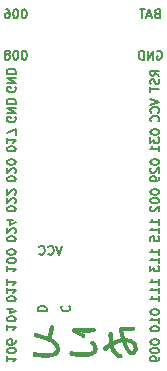
<source format=gbr>
%TF.GenerationSoftware,KiCad,Pcbnew,(5.1.9)-1*%
%TF.CreationDate,2021-01-30T16:38:38+08:00*%
%TF.ProjectId,mikoto,6d696b6f-746f-42e6-9b69-6361645f7063,rev?*%
%TF.SameCoordinates,Original*%
%TF.FileFunction,Legend,Bot*%
%TF.FilePolarity,Positive*%
%FSLAX46Y46*%
G04 Gerber Fmt 4.6, Leading zero omitted, Abs format (unit mm)*
G04 Created by KiCad (PCBNEW (5.1.9)-1) date 2021-01-30 16:38:38*
%MOMM*%
%LPD*%
G01*
G04 APERTURE LIST*
%ADD10C,0.130000*%
%ADD11C,0.010000*%
G04 APERTURE END LIST*
D10*
X-1775000Y-6389285D02*
X-2025000Y-7139285D01*
X-2275000Y-6389285D01*
X-2953571Y-7067857D02*
X-2917857Y-7103571D01*
X-2810714Y-7139285D01*
X-2739285Y-7139285D01*
X-2632142Y-7103571D01*
X-2560714Y-7032142D01*
X-2525000Y-6960714D01*
X-2489285Y-6817857D01*
X-2489285Y-6710714D01*
X-2525000Y-6567857D01*
X-2560714Y-6496428D01*
X-2632142Y-6425000D01*
X-2739285Y-6389285D01*
X-2810714Y-6389285D01*
X-2917857Y-6425000D01*
X-2953571Y-6460714D01*
X-3703571Y-7067857D02*
X-3667857Y-7103571D01*
X-3560714Y-7139285D01*
X-3489285Y-7139285D01*
X-3382142Y-7103571D01*
X-3310714Y-7032142D01*
X-3275000Y-6960714D01*
X-3239285Y-6817857D01*
X-3239285Y-6710714D01*
X-3275000Y-6567857D01*
X-3310714Y-6496428D01*
X-3382142Y-6425000D01*
X-3489285Y-6389285D01*
X-3560714Y-6389285D01*
X-3667857Y-6425000D01*
X-3703571Y-6460714D01*
X-3839285Y-11896428D02*
X-3089285Y-11896428D01*
X-3089285Y-11717857D01*
X-3125000Y-11610714D01*
X-3196428Y-11539285D01*
X-3267857Y-11503571D01*
X-3410714Y-11467857D01*
X-3517857Y-11467857D01*
X-3660714Y-11503571D01*
X-3732142Y-11539285D01*
X-3803571Y-11610714D01*
X-3839285Y-11717857D01*
X-3839285Y-11896428D01*
X-1767857Y-11467857D02*
X-1803571Y-11503571D01*
X-1839285Y-11610714D01*
X-1839285Y-11682142D01*
X-1803571Y-11789285D01*
X-1732142Y-11860714D01*
X-1660714Y-11896428D01*
X-1517857Y-11932142D01*
X-1410714Y-11932142D01*
X-1267857Y-11896428D01*
X-1196428Y-11860714D01*
X-1125000Y-11789285D01*
X-1089285Y-11682142D01*
X-1089285Y-11610714D01*
X-1125000Y-11503571D01*
X-1160714Y-11467857D01*
D11*
%TO.C,DUMMY2*%
G36*
X3341317Y-13236403D02*
G01*
X3298773Y-13237360D01*
X3263728Y-13238995D01*
X3235134Y-13241355D01*
X3211946Y-13244487D01*
X3193116Y-13248435D01*
X3177597Y-13253248D01*
X3164344Y-13258969D01*
X3152308Y-13265647D01*
X3140445Y-13273327D01*
X3130054Y-13280443D01*
X3088594Y-13317153D01*
X3059560Y-13362117D01*
X3042692Y-13416071D01*
X3037730Y-13479748D01*
X3041334Y-13531625D01*
X3047560Y-13570993D01*
X3058311Y-13623989D01*
X3073224Y-13689135D01*
X3091936Y-13764953D01*
X3114084Y-13849968D01*
X3139305Y-13942702D01*
X3163238Y-14027718D01*
X3177714Y-14078637D01*
X3190785Y-14125092D01*
X3201787Y-14164689D01*
X3210058Y-14195030D01*
X3214934Y-14213720D01*
X3215894Y-14217965D01*
X3215323Y-14227318D01*
X3207245Y-14233374D01*
X3188276Y-14237965D01*
X3175000Y-14240083D01*
X3057955Y-14261921D01*
X2932504Y-14293500D01*
X2801920Y-14333808D01*
X2669478Y-14381837D01*
X2538922Y-14436365D01*
X2454500Y-14474079D01*
X2449471Y-14429492D01*
X2443156Y-14363721D01*
X2437378Y-14283691D01*
X2432228Y-14191012D01*
X2427793Y-14087293D01*
X2424162Y-13974144D01*
X2424018Y-13968818D01*
X2422027Y-13900394D01*
X2419891Y-13845927D01*
X2417241Y-13803499D01*
X2413711Y-13771192D01*
X2408934Y-13747090D01*
X2402541Y-13729274D01*
X2394165Y-13715829D01*
X2383439Y-13704835D01*
X2371658Y-13695588D01*
X2342955Y-13682430D01*
X2305577Y-13676079D01*
X2265366Y-13676922D01*
X2228166Y-13685349D01*
X2226580Y-13685942D01*
X2197927Y-13700560D01*
X2177439Y-13720792D01*
X2163833Y-13749198D01*
X2155825Y-13788337D01*
X2152381Y-13833831D01*
X2151448Y-13884501D01*
X2152024Y-13947674D01*
X2153943Y-14020408D01*
X2157035Y-14099762D01*
X2161132Y-14182795D01*
X2166065Y-14266564D01*
X2171668Y-14348130D01*
X2177770Y-14424550D01*
X2184204Y-14492883D01*
X2190802Y-14550187D01*
X2195083Y-14580028D01*
X2199634Y-14608462D01*
X2128561Y-14653518D01*
X2055219Y-14702495D01*
X1976617Y-14759341D01*
X1898043Y-14820057D01*
X1824783Y-14880647D01*
X1802455Y-14900126D01*
X1759430Y-14940063D01*
X1728171Y-14973975D01*
X1707086Y-15004409D01*
X1694580Y-15033916D01*
X1689059Y-15065043D01*
X1688420Y-15082487D01*
X1693802Y-15126465D01*
X1711271Y-15163755D01*
X1737596Y-15194024D01*
X1756031Y-15208535D01*
X1776615Y-15216530D01*
X1805955Y-15220494D01*
X1808470Y-15220683D01*
X1835627Y-15221339D01*
X1859106Y-15217961D01*
X1881811Y-15209028D01*
X1906648Y-15193020D01*
X1936520Y-15168416D01*
X1973904Y-15134101D01*
X2014621Y-15096857D01*
X2057494Y-15059582D01*
X2100759Y-15023614D01*
X2142651Y-14990292D01*
X2181405Y-14960956D01*
X2215256Y-14936943D01*
X2242439Y-14919593D01*
X2261188Y-14910245D01*
X2269498Y-14909892D01*
X2274532Y-14920576D01*
X2281999Y-14941912D01*
X2289998Y-14968312D01*
X2333998Y-15097382D01*
X2391486Y-15223642D01*
X2460211Y-15342191D01*
X2464881Y-15349312D01*
X2541128Y-15452992D01*
X2626319Y-15546119D01*
X2721872Y-15629911D01*
X2829208Y-15705582D01*
X2949746Y-15774352D01*
X2976563Y-15787879D01*
X3018317Y-15808125D01*
X3049791Y-15822131D01*
X3074702Y-15831142D01*
X3096769Y-15836407D01*
X3119708Y-15839172D01*
X3131781Y-15839960D01*
X3162062Y-15841065D01*
X3181844Y-15839485D01*
X3196439Y-15833983D01*
X3211156Y-15823324D01*
X3214220Y-15820769D01*
X3243028Y-15786790D01*
X3259081Y-15746059D01*
X3261683Y-15702142D01*
X3250142Y-15658607D01*
X3247018Y-15652074D01*
X3239616Y-15637959D01*
X3232321Y-15626723D01*
X3222884Y-15616775D01*
X3209053Y-15606520D01*
X3188579Y-15594368D01*
X3159211Y-15578725D01*
X3118698Y-15557999D01*
X3102324Y-15549683D01*
X3030627Y-15511612D01*
X2970133Y-15475432D01*
X2916853Y-15438418D01*
X2866800Y-15397848D01*
X2827325Y-15361881D01*
X2749027Y-15277647D01*
X2679715Y-15181947D01*
X2618410Y-15073418D01*
X2615488Y-15067531D01*
X2596618Y-15026765D01*
X2577179Y-14980420D01*
X2558248Y-14931563D01*
X2540903Y-14883264D01*
X2526223Y-14838592D01*
X2515286Y-14800614D01*
X2509169Y-14772400D01*
X2508250Y-14762296D01*
X2512428Y-14754094D01*
X2525952Y-14743094D01*
X2550309Y-14728353D01*
X2586984Y-14708931D01*
X2613422Y-14695677D01*
X2770923Y-14624043D01*
X2925552Y-14566610D01*
X3079620Y-14522570D01*
X3162042Y-14504344D01*
X3210237Y-14494278D01*
X3246070Y-14487085D01*
X3272076Y-14484279D01*
X3290786Y-14487372D01*
X3304734Y-14497876D01*
X3316452Y-14517304D01*
X3328474Y-14547168D01*
X3343332Y-14588980D01*
X3354159Y-14619062D01*
X3411289Y-14769210D01*
X3468139Y-14907279D01*
X3524431Y-15032734D01*
X3579892Y-15145042D01*
X3634245Y-15243667D01*
X3687214Y-15328076D01*
X3738525Y-15397734D01*
X3779549Y-15443857D01*
X3842683Y-15500370D01*
X3906970Y-15542388D01*
X3975081Y-15571220D01*
X4049682Y-15588175D01*
X4081527Y-15591888D01*
X4159185Y-15591481D01*
X4232123Y-15575935D01*
X4300414Y-15545223D01*
X4364127Y-15499318D01*
X4389061Y-15475982D01*
X4441313Y-15413292D01*
X4482114Y-15341256D01*
X4511721Y-15259196D01*
X4530389Y-15166432D01*
X4537651Y-15083406D01*
X4537156Y-15055719D01*
X4276580Y-15055719D01*
X4271484Y-15115118D01*
X4266943Y-15138791D01*
X4247355Y-15198654D01*
X4220259Y-15246262D01*
X4186656Y-15280992D01*
X4147542Y-15302219D01*
X4103917Y-15309321D01*
X4056778Y-15301671D01*
X4026238Y-15289254D01*
X3987274Y-15264417D01*
X3947837Y-15228208D01*
X3907475Y-15179954D01*
X3865735Y-15118983D01*
X3822165Y-15044622D01*
X3776311Y-14956201D01*
X3727723Y-14853045D01*
X3718120Y-14831670D01*
X3682488Y-14749959D01*
X3651283Y-14673943D01*
X3621237Y-14595503D01*
X3602663Y-14544606D01*
X3571607Y-14458243D01*
X3643179Y-14463842D01*
X3738467Y-14476204D01*
X3831936Y-14497667D01*
X3920058Y-14527096D01*
X3999305Y-14563359D01*
X4052129Y-14595273D01*
X4116177Y-14648148D01*
X4172479Y-14712157D01*
X4218434Y-14783781D01*
X4251442Y-14859502D01*
X4254532Y-14869093D01*
X4267823Y-14926618D01*
X4275266Y-14990857D01*
X4276580Y-15055719D01*
X4537156Y-15055719D01*
X4535581Y-14967658D01*
X4519175Y-14858225D01*
X4488873Y-14755621D01*
X4445116Y-14660364D01*
X4388347Y-14572967D01*
X4319006Y-14493949D01*
X4237535Y-14423823D01*
X4144374Y-14363106D01*
X4039965Y-14312313D01*
X3924750Y-14271961D01*
X3821907Y-14246901D01*
X3755100Y-14235025D01*
X3685751Y-14225292D01*
X3619053Y-14218300D01*
X3560194Y-14214646D01*
X3538155Y-14214250D01*
X3487933Y-14214250D01*
X3474122Y-14164640D01*
X3448289Y-14070216D01*
X3424206Y-13978987D01*
X3402177Y-13892302D01*
X3382503Y-13811509D01*
X3365490Y-13737956D01*
X3351439Y-13672994D01*
X3340653Y-13617969D01*
X3333437Y-13574232D01*
X3330093Y-13543129D01*
X3330721Y-13526739D01*
X3341085Y-13507410D01*
X3354673Y-13494469D01*
X3361362Y-13491011D01*
X3370697Y-13488416D01*
X3384424Y-13486665D01*
X3404290Y-13485737D01*
X3432042Y-13485614D01*
X3469425Y-13486274D01*
X3518186Y-13487698D01*
X3580070Y-13489866D01*
X3621589Y-13491415D01*
X3693686Y-13493964D01*
X3770398Y-13496363D01*
X3847614Y-13498506D01*
X3921220Y-13500286D01*
X3987104Y-13501595D01*
X4040188Y-13502318D01*
X4096501Y-13502767D01*
X4139283Y-13502838D01*
X4170874Y-13502326D01*
X4193618Y-13501027D01*
X4209857Y-13498737D01*
X4221931Y-13495251D01*
X4232184Y-13490367D01*
X4241521Y-13484774D01*
X4269926Y-13458333D01*
X4287921Y-13422873D01*
X4294760Y-13381969D01*
X4289693Y-13339199D01*
X4278235Y-13309222D01*
X4270426Y-13294577D01*
X4262329Y-13282589D01*
X4252342Y-13272956D01*
X4238859Y-13265374D01*
X4220277Y-13259541D01*
X4194991Y-13255155D01*
X4161397Y-13251912D01*
X4117892Y-13249510D01*
X4062871Y-13247646D01*
X3994729Y-13246018D01*
X3937000Y-13244828D01*
X3812660Y-13242328D01*
X3703146Y-13240183D01*
X3607409Y-13238439D01*
X3524405Y-13237143D01*
X3453086Y-13236341D01*
X3392405Y-13236079D01*
X3341317Y-13236403D01*
G37*
X3341317Y-13236403D02*
X3298773Y-13237360D01*
X3263728Y-13238995D01*
X3235134Y-13241355D01*
X3211946Y-13244487D01*
X3193116Y-13248435D01*
X3177597Y-13253248D01*
X3164344Y-13258969D01*
X3152308Y-13265647D01*
X3140445Y-13273327D01*
X3130054Y-13280443D01*
X3088594Y-13317153D01*
X3059560Y-13362117D01*
X3042692Y-13416071D01*
X3037730Y-13479748D01*
X3041334Y-13531625D01*
X3047560Y-13570993D01*
X3058311Y-13623989D01*
X3073224Y-13689135D01*
X3091936Y-13764953D01*
X3114084Y-13849968D01*
X3139305Y-13942702D01*
X3163238Y-14027718D01*
X3177714Y-14078637D01*
X3190785Y-14125092D01*
X3201787Y-14164689D01*
X3210058Y-14195030D01*
X3214934Y-14213720D01*
X3215894Y-14217965D01*
X3215323Y-14227318D01*
X3207245Y-14233374D01*
X3188276Y-14237965D01*
X3175000Y-14240083D01*
X3057955Y-14261921D01*
X2932504Y-14293500D01*
X2801920Y-14333808D01*
X2669478Y-14381837D01*
X2538922Y-14436365D01*
X2454500Y-14474079D01*
X2449471Y-14429492D01*
X2443156Y-14363721D01*
X2437378Y-14283691D01*
X2432228Y-14191012D01*
X2427793Y-14087293D01*
X2424162Y-13974144D01*
X2424018Y-13968818D01*
X2422027Y-13900394D01*
X2419891Y-13845927D01*
X2417241Y-13803499D01*
X2413711Y-13771192D01*
X2408934Y-13747090D01*
X2402541Y-13729274D01*
X2394165Y-13715829D01*
X2383439Y-13704835D01*
X2371658Y-13695588D01*
X2342955Y-13682430D01*
X2305577Y-13676079D01*
X2265366Y-13676922D01*
X2228166Y-13685349D01*
X2226580Y-13685942D01*
X2197927Y-13700560D01*
X2177439Y-13720792D01*
X2163833Y-13749198D01*
X2155825Y-13788337D01*
X2152381Y-13833831D01*
X2151448Y-13884501D01*
X2152024Y-13947674D01*
X2153943Y-14020408D01*
X2157035Y-14099762D01*
X2161132Y-14182795D01*
X2166065Y-14266564D01*
X2171668Y-14348130D01*
X2177770Y-14424550D01*
X2184204Y-14492883D01*
X2190802Y-14550187D01*
X2195083Y-14580028D01*
X2199634Y-14608462D01*
X2128561Y-14653518D01*
X2055219Y-14702495D01*
X1976617Y-14759341D01*
X1898043Y-14820057D01*
X1824783Y-14880647D01*
X1802455Y-14900126D01*
X1759430Y-14940063D01*
X1728171Y-14973975D01*
X1707086Y-15004409D01*
X1694580Y-15033916D01*
X1689059Y-15065043D01*
X1688420Y-15082487D01*
X1693802Y-15126465D01*
X1711271Y-15163755D01*
X1737596Y-15194024D01*
X1756031Y-15208535D01*
X1776615Y-15216530D01*
X1805955Y-15220494D01*
X1808470Y-15220683D01*
X1835627Y-15221339D01*
X1859106Y-15217961D01*
X1881811Y-15209028D01*
X1906648Y-15193020D01*
X1936520Y-15168416D01*
X1973904Y-15134101D01*
X2014621Y-15096857D01*
X2057494Y-15059582D01*
X2100759Y-15023614D01*
X2142651Y-14990292D01*
X2181405Y-14960956D01*
X2215256Y-14936943D01*
X2242439Y-14919593D01*
X2261188Y-14910245D01*
X2269498Y-14909892D01*
X2274532Y-14920576D01*
X2281999Y-14941912D01*
X2289998Y-14968312D01*
X2333998Y-15097382D01*
X2391486Y-15223642D01*
X2460211Y-15342191D01*
X2464881Y-15349312D01*
X2541128Y-15452992D01*
X2626319Y-15546119D01*
X2721872Y-15629911D01*
X2829208Y-15705582D01*
X2949746Y-15774352D01*
X2976563Y-15787879D01*
X3018317Y-15808125D01*
X3049791Y-15822131D01*
X3074702Y-15831142D01*
X3096769Y-15836407D01*
X3119708Y-15839172D01*
X3131781Y-15839960D01*
X3162062Y-15841065D01*
X3181844Y-15839485D01*
X3196439Y-15833983D01*
X3211156Y-15823324D01*
X3214220Y-15820769D01*
X3243028Y-15786790D01*
X3259081Y-15746059D01*
X3261683Y-15702142D01*
X3250142Y-15658607D01*
X3247018Y-15652074D01*
X3239616Y-15637959D01*
X3232321Y-15626723D01*
X3222884Y-15616775D01*
X3209053Y-15606520D01*
X3188579Y-15594368D01*
X3159211Y-15578725D01*
X3118698Y-15557999D01*
X3102324Y-15549683D01*
X3030627Y-15511612D01*
X2970133Y-15475432D01*
X2916853Y-15438418D01*
X2866800Y-15397848D01*
X2827325Y-15361881D01*
X2749027Y-15277647D01*
X2679715Y-15181947D01*
X2618410Y-15073418D01*
X2615488Y-15067531D01*
X2596618Y-15026765D01*
X2577179Y-14980420D01*
X2558248Y-14931563D01*
X2540903Y-14883264D01*
X2526223Y-14838592D01*
X2515286Y-14800614D01*
X2509169Y-14772400D01*
X2508250Y-14762296D01*
X2512428Y-14754094D01*
X2525952Y-14743094D01*
X2550309Y-14728353D01*
X2586984Y-14708931D01*
X2613422Y-14695677D01*
X2770923Y-14624043D01*
X2925552Y-14566610D01*
X3079620Y-14522570D01*
X3162042Y-14504344D01*
X3210237Y-14494278D01*
X3246070Y-14487085D01*
X3272076Y-14484279D01*
X3290786Y-14487372D01*
X3304734Y-14497876D01*
X3316452Y-14517304D01*
X3328474Y-14547168D01*
X3343332Y-14588980D01*
X3354159Y-14619062D01*
X3411289Y-14769210D01*
X3468139Y-14907279D01*
X3524431Y-15032734D01*
X3579892Y-15145042D01*
X3634245Y-15243667D01*
X3687214Y-15328076D01*
X3738525Y-15397734D01*
X3779549Y-15443857D01*
X3842683Y-15500370D01*
X3906970Y-15542388D01*
X3975081Y-15571220D01*
X4049682Y-15588175D01*
X4081527Y-15591888D01*
X4159185Y-15591481D01*
X4232123Y-15575935D01*
X4300414Y-15545223D01*
X4364127Y-15499318D01*
X4389061Y-15475982D01*
X4441313Y-15413292D01*
X4482114Y-15341256D01*
X4511721Y-15259196D01*
X4530389Y-15166432D01*
X4537651Y-15083406D01*
X4537156Y-15055719D01*
X4276580Y-15055719D01*
X4271484Y-15115118D01*
X4266943Y-15138791D01*
X4247355Y-15198654D01*
X4220259Y-15246262D01*
X4186656Y-15280992D01*
X4147542Y-15302219D01*
X4103917Y-15309321D01*
X4056778Y-15301671D01*
X4026238Y-15289254D01*
X3987274Y-15264417D01*
X3947837Y-15228208D01*
X3907475Y-15179954D01*
X3865735Y-15118983D01*
X3822165Y-15044622D01*
X3776311Y-14956201D01*
X3727723Y-14853045D01*
X3718120Y-14831670D01*
X3682488Y-14749959D01*
X3651283Y-14673943D01*
X3621237Y-14595503D01*
X3602663Y-14544606D01*
X3571607Y-14458243D01*
X3643179Y-14463842D01*
X3738467Y-14476204D01*
X3831936Y-14497667D01*
X3920058Y-14527096D01*
X3999305Y-14563359D01*
X4052129Y-14595273D01*
X4116177Y-14648148D01*
X4172479Y-14712157D01*
X4218434Y-14783781D01*
X4251442Y-14859502D01*
X4254532Y-14869093D01*
X4267823Y-14926618D01*
X4275266Y-14990857D01*
X4276580Y-15055719D01*
X4537156Y-15055719D01*
X4535581Y-14967658D01*
X4519175Y-14858225D01*
X4488873Y-14755621D01*
X4445116Y-14660364D01*
X4388347Y-14572967D01*
X4319006Y-14493949D01*
X4237535Y-14423823D01*
X4144374Y-14363106D01*
X4039965Y-14312313D01*
X3924750Y-14271961D01*
X3821907Y-14246901D01*
X3755100Y-14235025D01*
X3685751Y-14225292D01*
X3619053Y-14218300D01*
X3560194Y-14214646D01*
X3538155Y-14214250D01*
X3487933Y-14214250D01*
X3474122Y-14164640D01*
X3448289Y-14070216D01*
X3424206Y-13978987D01*
X3402177Y-13892302D01*
X3382503Y-13811509D01*
X3365490Y-13737956D01*
X3351439Y-13672994D01*
X3340653Y-13617969D01*
X3333437Y-13574232D01*
X3330093Y-13543129D01*
X3330721Y-13526739D01*
X3341085Y-13507410D01*
X3354673Y-13494469D01*
X3361362Y-13491011D01*
X3370697Y-13488416D01*
X3384424Y-13486665D01*
X3404290Y-13485737D01*
X3432042Y-13485614D01*
X3469425Y-13486274D01*
X3518186Y-13487698D01*
X3580070Y-13489866D01*
X3621589Y-13491415D01*
X3693686Y-13493964D01*
X3770398Y-13496363D01*
X3847614Y-13498506D01*
X3921220Y-13500286D01*
X3987104Y-13501595D01*
X4040188Y-13502318D01*
X4096501Y-13502767D01*
X4139283Y-13502838D01*
X4170874Y-13502326D01*
X4193618Y-13501027D01*
X4209857Y-13498737D01*
X4221931Y-13495251D01*
X4232184Y-13490367D01*
X4241521Y-13484774D01*
X4269926Y-13458333D01*
X4287921Y-13422873D01*
X4294760Y-13381969D01*
X4289693Y-13339199D01*
X4278235Y-13309222D01*
X4270426Y-13294577D01*
X4262329Y-13282589D01*
X4252342Y-13272956D01*
X4238859Y-13265374D01*
X4220277Y-13259541D01*
X4194991Y-13255155D01*
X4161397Y-13251912D01*
X4117892Y-13249510D01*
X4062871Y-13247646D01*
X3994729Y-13246018D01*
X3937000Y-13244828D01*
X3812660Y-13242328D01*
X3703146Y-13240183D01*
X3607409Y-13238439D01*
X3524405Y-13237143D01*
X3453086Y-13236341D01*
X3392405Y-13236079D01*
X3341317Y-13236403D01*
G36*
X-2734552Y-13132567D02*
G01*
X-2771865Y-13149809D01*
X-2797916Y-13177212D01*
X-2802788Y-13189922D01*
X-2810124Y-13215996D01*
X-2819392Y-13253210D01*
X-2830061Y-13299337D01*
X-2841600Y-13352152D01*
X-2853477Y-13409430D01*
X-2854170Y-13412867D01*
X-2876587Y-13520543D01*
X-2900155Y-13626989D01*
X-2924218Y-13729518D01*
X-2948119Y-13825446D01*
X-2971202Y-13912087D01*
X-2992810Y-13986757D01*
X-3000628Y-14011843D01*
X-3011427Y-14045208D01*
X-3020629Y-14072823D01*
X-3027073Y-14091250D01*
X-3029372Y-14096930D01*
X-3037910Y-14097328D01*
X-3056434Y-14092408D01*
X-3074115Y-14085915D01*
X-3168232Y-14048555D01*
X-3264557Y-14011640D01*
X-3361635Y-13975642D01*
X-3458012Y-13941034D01*
X-3552233Y-13908290D01*
X-3642842Y-13877883D01*
X-3728384Y-13850285D01*
X-3807405Y-13825970D01*
X-3878450Y-13805411D01*
X-3940063Y-13789080D01*
X-3990790Y-13777451D01*
X-4029175Y-13770997D01*
X-4046456Y-13769800D01*
X-4089118Y-13776447D01*
X-4126105Y-13795132D01*
X-4153723Y-13823776D01*
X-4159291Y-13833331D01*
X-4177422Y-13882439D01*
X-4180114Y-13928872D01*
X-4168639Y-13970723D01*
X-4149696Y-14001773D01*
X-4122369Y-14025229D01*
X-4083702Y-14043269D01*
X-4060031Y-14050703D01*
X-4039035Y-14056565D01*
X-4006253Y-14065690D01*
X-3965197Y-14077100D01*
X-3919380Y-14089821D01*
X-3886342Y-14098985D01*
X-3762680Y-14134684D01*
X-3636321Y-14173814D01*
X-3509453Y-14215564D01*
X-3384265Y-14259123D01*
X-3262943Y-14303681D01*
X-3147675Y-14348427D01*
X-3040649Y-14392550D01*
X-2944053Y-14435240D01*
X-2860074Y-14475686D01*
X-2835605Y-14488349D01*
X-2726180Y-14551138D01*
X-2629295Y-14617056D01*
X-2545280Y-14685571D01*
X-2474465Y-14756154D01*
X-2417179Y-14828273D01*
X-2373754Y-14901399D01*
X-2344518Y-14975002D01*
X-2329802Y-15048550D01*
X-2329935Y-15121513D01*
X-2345247Y-15193362D01*
X-2365718Y-15243823D01*
X-2397161Y-15293461D01*
X-2440159Y-15336991D01*
X-2495286Y-15374669D01*
X-2563121Y-15406749D01*
X-2644240Y-15433486D01*
X-2739219Y-15455135D01*
X-2848636Y-15471952D01*
X-2893218Y-15477034D01*
X-2936870Y-15480435D01*
X-2993376Y-15483067D01*
X-3059735Y-15484929D01*
X-3132942Y-15486023D01*
X-3209998Y-15486346D01*
X-3287899Y-15485900D01*
X-3363643Y-15484684D01*
X-3434228Y-15482698D01*
X-3496651Y-15479942D01*
X-3540125Y-15477069D01*
X-3649403Y-15467025D01*
X-3765383Y-15454116D01*
X-3881253Y-15439178D01*
X-3990203Y-15423048D01*
X-4022007Y-15417853D01*
X-4081227Y-15408905D01*
X-4126781Y-15404165D01*
X-4157996Y-15403696D01*
X-4165873Y-15404634D01*
X-4207580Y-15419289D01*
X-4239005Y-15445830D01*
X-4259796Y-15483756D01*
X-4269601Y-15532567D01*
X-4270375Y-15553166D01*
X-4263802Y-15601656D01*
X-4244603Y-15641756D01*
X-4213559Y-15672105D01*
X-4196570Y-15681912D01*
X-4162594Y-15694451D01*
X-4114374Y-15706516D01*
X-4053536Y-15717992D01*
X-3981708Y-15728763D01*
X-3900515Y-15738713D01*
X-3811585Y-15747726D01*
X-3716543Y-15755686D01*
X-3617018Y-15762477D01*
X-3514635Y-15767984D01*
X-3411021Y-15772090D01*
X-3307803Y-15774680D01*
X-3206608Y-15775637D01*
X-3109062Y-15774847D01*
X-3016792Y-15772193D01*
X-2964656Y-15769659D01*
X-2817300Y-15756864D01*
X-2681547Y-15736036D01*
X-2557953Y-15707315D01*
X-2447079Y-15670838D01*
X-2349483Y-15626744D01*
X-2319190Y-15609904D01*
X-2294846Y-15593190D01*
X-2264022Y-15568509D01*
X-2231077Y-15539493D01*
X-2206522Y-15516000D01*
X-2153624Y-15456946D01*
X-2113348Y-15396626D01*
X-2082873Y-15330137D01*
X-2062797Y-15265968D01*
X-2053262Y-15216633D01*
X-2047242Y-15157689D01*
X-2044807Y-15094279D01*
X-2046027Y-15031549D01*
X-2050973Y-14974641D01*
X-2058277Y-14934211D01*
X-2089860Y-14838791D01*
X-2136724Y-14744877D01*
X-2198301Y-14653079D01*
X-2274021Y-14564010D01*
X-2363316Y-14478282D01*
X-2465618Y-14396507D01*
X-2580357Y-14319296D01*
X-2686843Y-14257925D01*
X-2716729Y-14241881D01*
X-2740760Y-14228980D01*
X-2755931Y-14220836D01*
X-2759673Y-14218827D01*
X-2758060Y-14211428D01*
X-2752636Y-14191838D01*
X-2744253Y-14163042D01*
X-2733818Y-14128204D01*
X-2714477Y-14062260D01*
X-2694215Y-13989284D01*
X-2673459Y-13911125D01*
X-2652631Y-13829633D01*
X-2632158Y-13746656D01*
X-2612463Y-13664045D01*
X-2593972Y-13583647D01*
X-2577109Y-13507312D01*
X-2562298Y-13436890D01*
X-2549965Y-13374229D01*
X-2540533Y-13321179D01*
X-2534429Y-13279589D01*
X-2532075Y-13251308D01*
X-2532062Y-13249673D01*
X-2539377Y-13210310D01*
X-2560027Y-13176801D01*
X-2592064Y-13150694D01*
X-2633544Y-13133537D01*
X-2682520Y-13126875D01*
X-2686541Y-13126842D01*
X-2734552Y-13132567D01*
G37*
X-2734552Y-13132567D02*
X-2771865Y-13149809D01*
X-2797916Y-13177212D01*
X-2802788Y-13189922D01*
X-2810124Y-13215996D01*
X-2819392Y-13253210D01*
X-2830061Y-13299337D01*
X-2841600Y-13352152D01*
X-2853477Y-13409430D01*
X-2854170Y-13412867D01*
X-2876587Y-13520543D01*
X-2900155Y-13626989D01*
X-2924218Y-13729518D01*
X-2948119Y-13825446D01*
X-2971202Y-13912087D01*
X-2992810Y-13986757D01*
X-3000628Y-14011843D01*
X-3011427Y-14045208D01*
X-3020629Y-14072823D01*
X-3027073Y-14091250D01*
X-3029372Y-14096930D01*
X-3037910Y-14097328D01*
X-3056434Y-14092408D01*
X-3074115Y-14085915D01*
X-3168232Y-14048555D01*
X-3264557Y-14011640D01*
X-3361635Y-13975642D01*
X-3458012Y-13941034D01*
X-3552233Y-13908290D01*
X-3642842Y-13877883D01*
X-3728384Y-13850285D01*
X-3807405Y-13825970D01*
X-3878450Y-13805411D01*
X-3940063Y-13789080D01*
X-3990790Y-13777451D01*
X-4029175Y-13770997D01*
X-4046456Y-13769800D01*
X-4089118Y-13776447D01*
X-4126105Y-13795132D01*
X-4153723Y-13823776D01*
X-4159291Y-13833331D01*
X-4177422Y-13882439D01*
X-4180114Y-13928872D01*
X-4168639Y-13970723D01*
X-4149696Y-14001773D01*
X-4122369Y-14025229D01*
X-4083702Y-14043269D01*
X-4060031Y-14050703D01*
X-4039035Y-14056565D01*
X-4006253Y-14065690D01*
X-3965197Y-14077100D01*
X-3919380Y-14089821D01*
X-3886342Y-14098985D01*
X-3762680Y-14134684D01*
X-3636321Y-14173814D01*
X-3509453Y-14215564D01*
X-3384265Y-14259123D01*
X-3262943Y-14303681D01*
X-3147675Y-14348427D01*
X-3040649Y-14392550D01*
X-2944053Y-14435240D01*
X-2860074Y-14475686D01*
X-2835605Y-14488349D01*
X-2726180Y-14551138D01*
X-2629295Y-14617056D01*
X-2545280Y-14685571D01*
X-2474465Y-14756154D01*
X-2417179Y-14828273D01*
X-2373754Y-14901399D01*
X-2344518Y-14975002D01*
X-2329802Y-15048550D01*
X-2329935Y-15121513D01*
X-2345247Y-15193362D01*
X-2365718Y-15243823D01*
X-2397161Y-15293461D01*
X-2440159Y-15336991D01*
X-2495286Y-15374669D01*
X-2563121Y-15406749D01*
X-2644240Y-15433486D01*
X-2739219Y-15455135D01*
X-2848636Y-15471952D01*
X-2893218Y-15477034D01*
X-2936870Y-15480435D01*
X-2993376Y-15483067D01*
X-3059735Y-15484929D01*
X-3132942Y-15486023D01*
X-3209998Y-15486346D01*
X-3287899Y-15485900D01*
X-3363643Y-15484684D01*
X-3434228Y-15482698D01*
X-3496651Y-15479942D01*
X-3540125Y-15477069D01*
X-3649403Y-15467025D01*
X-3765383Y-15454116D01*
X-3881253Y-15439178D01*
X-3990203Y-15423048D01*
X-4022007Y-15417853D01*
X-4081227Y-15408905D01*
X-4126781Y-15404165D01*
X-4157996Y-15403696D01*
X-4165873Y-15404634D01*
X-4207580Y-15419289D01*
X-4239005Y-15445830D01*
X-4259796Y-15483756D01*
X-4269601Y-15532567D01*
X-4270375Y-15553166D01*
X-4263802Y-15601656D01*
X-4244603Y-15641756D01*
X-4213559Y-15672105D01*
X-4196570Y-15681912D01*
X-4162594Y-15694451D01*
X-4114374Y-15706516D01*
X-4053536Y-15717992D01*
X-3981708Y-15728763D01*
X-3900515Y-15738713D01*
X-3811585Y-15747726D01*
X-3716543Y-15755686D01*
X-3617018Y-15762477D01*
X-3514635Y-15767984D01*
X-3411021Y-15772090D01*
X-3307803Y-15774680D01*
X-3206608Y-15775637D01*
X-3109062Y-15774847D01*
X-3016792Y-15772193D01*
X-2964656Y-15769659D01*
X-2817300Y-15756864D01*
X-2681547Y-15736036D01*
X-2557953Y-15707315D01*
X-2447079Y-15670838D01*
X-2349483Y-15626744D01*
X-2319190Y-15609904D01*
X-2294846Y-15593190D01*
X-2264022Y-15568509D01*
X-2231077Y-15539493D01*
X-2206522Y-15516000D01*
X-2153624Y-15456946D01*
X-2113348Y-15396626D01*
X-2082873Y-15330137D01*
X-2062797Y-15265968D01*
X-2053262Y-15216633D01*
X-2047242Y-15157689D01*
X-2044807Y-15094279D01*
X-2046027Y-15031549D01*
X-2050973Y-14974641D01*
X-2058277Y-14934211D01*
X-2089860Y-14838791D01*
X-2136724Y-14744877D01*
X-2198301Y-14653079D01*
X-2274021Y-14564010D01*
X-2363316Y-14478282D01*
X-2465618Y-14396507D01*
X-2580357Y-14319296D01*
X-2686843Y-14257925D01*
X-2716729Y-14241881D01*
X-2740760Y-14228980D01*
X-2755931Y-14220836D01*
X-2759673Y-14218827D01*
X-2758060Y-14211428D01*
X-2752636Y-14191838D01*
X-2744253Y-14163042D01*
X-2733818Y-14128204D01*
X-2714477Y-14062260D01*
X-2694215Y-13989284D01*
X-2673459Y-13911125D01*
X-2652631Y-13829633D01*
X-2632158Y-13746656D01*
X-2612463Y-13664045D01*
X-2593972Y-13583647D01*
X-2577109Y-13507312D01*
X-2562298Y-13436890D01*
X-2549965Y-13374229D01*
X-2540533Y-13321179D01*
X-2534429Y-13279589D01*
X-2532075Y-13251308D01*
X-2532062Y-13249673D01*
X-2539377Y-13210310D01*
X-2560027Y-13176801D01*
X-2592064Y-13150694D01*
X-2633544Y-13133537D01*
X-2682520Y-13126875D01*
X-2686541Y-13126842D01*
X-2734552Y-13132567D01*
G36*
X695066Y-14454709D02*
G01*
X668398Y-14463429D01*
X638170Y-14485598D01*
X613724Y-14515610D01*
X599568Y-14547773D01*
X598811Y-14551310D01*
X596929Y-14575867D01*
X601642Y-14600229D01*
X614187Y-14626675D01*
X635801Y-14657484D01*
X667720Y-14694935D01*
X689606Y-14718647D01*
X736210Y-14770399D01*
X772787Y-14816566D01*
X802021Y-14861068D01*
X826598Y-14907824D01*
X840112Y-14938318D01*
X851002Y-14967393D01*
X857414Y-14994418D01*
X860423Y-15025652D01*
X861109Y-15060394D01*
X860673Y-15096419D01*
X858385Y-15122411D01*
X852970Y-15144198D01*
X843155Y-15167612D01*
X833368Y-15187338D01*
X804692Y-15231787D01*
X766139Y-15270985D01*
X716815Y-15305335D01*
X655828Y-15335242D01*
X582284Y-15361111D01*
X495289Y-15383346D01*
X393952Y-15402352D01*
X341313Y-15410256D01*
X307453Y-15414478D01*
X271418Y-15417811D01*
X230917Y-15420343D01*
X183661Y-15422163D01*
X127359Y-15423360D01*
X59723Y-15424023D01*
X-19843Y-15424239D01*
X-170045Y-15422648D01*
X-308563Y-15417534D01*
X-439267Y-15408546D01*
X-566029Y-15395334D01*
X-692719Y-15377546D01*
X-823208Y-15354831D01*
X-856668Y-15348383D01*
X-928328Y-15335392D01*
X-986509Y-15327670D01*
X-1032846Y-15325640D01*
X-1068979Y-15329728D01*
X-1096545Y-15340356D01*
X-1117180Y-15357949D01*
X-1132523Y-15382929D01*
X-1144211Y-15415722D01*
X-1146276Y-15423341D01*
X-1153369Y-15475567D01*
X-1146336Y-15521661D01*
X-1125641Y-15560595D01*
X-1091751Y-15591342D01*
X-1063399Y-15606228D01*
X-1021876Y-15620523D01*
X-966474Y-15634853D01*
X-899182Y-15648909D01*
X-821990Y-15662379D01*
X-736891Y-15674950D01*
X-645875Y-15686312D01*
X-550932Y-15696153D01*
X-454053Y-15704161D01*
X-424791Y-15706167D01*
X-379416Y-15708461D01*
X-322495Y-15710296D01*
X-256671Y-15711675D01*
X-184584Y-15712599D01*
X-108875Y-15713071D01*
X-32185Y-15713093D01*
X42846Y-15712667D01*
X113575Y-15711795D01*
X177362Y-15710479D01*
X231566Y-15708723D01*
X273546Y-15706527D01*
X285750Y-15705577D01*
X432534Y-15688695D01*
X564992Y-15665235D01*
X683301Y-15635070D01*
X787642Y-15598074D01*
X878192Y-15554119D01*
X955130Y-15503080D01*
X1018635Y-15444830D01*
X1068885Y-15379242D01*
X1106060Y-15306189D01*
X1130337Y-15225544D01*
X1141896Y-15137181D01*
X1143000Y-15097676D01*
X1135854Y-14993249D01*
X1114135Y-14893365D01*
X1077425Y-14796652D01*
X1025303Y-14701736D01*
X1019200Y-14692247D01*
X993530Y-14656140D01*
X962007Y-14616798D01*
X927182Y-14576929D01*
X891605Y-14539242D01*
X857827Y-14506444D01*
X828399Y-14481243D01*
X806910Y-14466864D01*
X772901Y-14455605D01*
X733350Y-14451497D01*
X695066Y-14454709D01*
G37*
X695066Y-14454709D02*
X668398Y-14463429D01*
X638170Y-14485598D01*
X613724Y-14515610D01*
X599568Y-14547773D01*
X598811Y-14551310D01*
X596929Y-14575867D01*
X601642Y-14600229D01*
X614187Y-14626675D01*
X635801Y-14657484D01*
X667720Y-14694935D01*
X689606Y-14718647D01*
X736210Y-14770399D01*
X772787Y-14816566D01*
X802021Y-14861068D01*
X826598Y-14907824D01*
X840112Y-14938318D01*
X851002Y-14967393D01*
X857414Y-14994418D01*
X860423Y-15025652D01*
X861109Y-15060394D01*
X860673Y-15096419D01*
X858385Y-15122411D01*
X852970Y-15144198D01*
X843155Y-15167612D01*
X833368Y-15187338D01*
X804692Y-15231787D01*
X766139Y-15270985D01*
X716815Y-15305335D01*
X655828Y-15335242D01*
X582284Y-15361111D01*
X495289Y-15383346D01*
X393952Y-15402352D01*
X341313Y-15410256D01*
X307453Y-15414478D01*
X271418Y-15417811D01*
X230917Y-15420343D01*
X183661Y-15422163D01*
X127359Y-15423360D01*
X59723Y-15424023D01*
X-19843Y-15424239D01*
X-170045Y-15422648D01*
X-308563Y-15417534D01*
X-439267Y-15408546D01*
X-566029Y-15395334D01*
X-692719Y-15377546D01*
X-823208Y-15354831D01*
X-856668Y-15348383D01*
X-928328Y-15335392D01*
X-986509Y-15327670D01*
X-1032846Y-15325640D01*
X-1068979Y-15329728D01*
X-1096545Y-15340356D01*
X-1117180Y-15357949D01*
X-1132523Y-15382929D01*
X-1144211Y-15415722D01*
X-1146276Y-15423341D01*
X-1153369Y-15475567D01*
X-1146336Y-15521661D01*
X-1125641Y-15560595D01*
X-1091751Y-15591342D01*
X-1063399Y-15606228D01*
X-1021876Y-15620523D01*
X-966474Y-15634853D01*
X-899182Y-15648909D01*
X-821990Y-15662379D01*
X-736891Y-15674950D01*
X-645875Y-15686312D01*
X-550932Y-15696153D01*
X-454053Y-15704161D01*
X-424791Y-15706167D01*
X-379416Y-15708461D01*
X-322495Y-15710296D01*
X-256671Y-15711675D01*
X-184584Y-15712599D01*
X-108875Y-15713071D01*
X-32185Y-15713093D01*
X42846Y-15712667D01*
X113575Y-15711795D01*
X177362Y-15710479D01*
X231566Y-15708723D01*
X273546Y-15706527D01*
X285750Y-15705577D01*
X432534Y-15688695D01*
X564992Y-15665235D01*
X683301Y-15635070D01*
X787642Y-15598074D01*
X878192Y-15554119D01*
X955130Y-15503080D01*
X1018635Y-15444830D01*
X1068885Y-15379242D01*
X1106060Y-15306189D01*
X1130337Y-15225544D01*
X1141896Y-15137181D01*
X1143000Y-15097676D01*
X1135854Y-14993249D01*
X1114135Y-14893365D01*
X1077425Y-14796652D01*
X1025303Y-14701736D01*
X1019200Y-14692247D01*
X993530Y-14656140D01*
X962007Y-14616798D01*
X927182Y-14576929D01*
X891605Y-14539242D01*
X857827Y-14506444D01*
X828399Y-14481243D01*
X806910Y-14466864D01*
X772901Y-14455605D01*
X733350Y-14451497D01*
X695066Y-14454709D01*
G36*
X-846516Y-13381563D02*
G01*
X-882080Y-13405428D01*
X-905472Y-13436714D01*
X-917813Y-13477452D01*
X-920488Y-13515750D01*
X-918344Y-13554106D01*
X-910521Y-13584594D01*
X-894934Y-13610128D01*
X-869498Y-13633622D01*
X-832128Y-13657991D01*
X-809625Y-13670698D01*
X-786279Y-13683527D01*
X-750963Y-13702979D01*
X-705601Y-13727996D01*
X-652112Y-13757514D01*
X-592419Y-13790475D01*
X-528444Y-13825818D01*
X-462107Y-13862481D01*
X-432593Y-13878798D01*
X-367555Y-13914714D01*
X-305471Y-13948912D01*
X-248012Y-13980478D01*
X-196847Y-14008498D01*
X-153646Y-14032059D01*
X-120079Y-14050248D01*
X-97815Y-14062150D01*
X-91034Y-14065666D01*
X-46488Y-14082953D01*
X-2282Y-14090970D01*
X36594Y-14088928D01*
X43955Y-14087044D01*
X77768Y-14069296D01*
X102510Y-14041456D01*
X117373Y-14006986D01*
X121551Y-13969350D01*
X114236Y-13932007D01*
X94621Y-13898422D01*
X89278Y-13892589D01*
X74256Y-13881471D01*
X46107Y-13864805D01*
X6286Y-13843317D01*
X-43751Y-13817734D01*
X-102551Y-13788783D01*
X-168658Y-13757190D01*
X-240616Y-13723682D01*
X-316971Y-13688985D01*
X-331324Y-13682556D01*
X-369756Y-13665160D01*
X-402261Y-13650028D01*
X-426443Y-13638308D01*
X-439910Y-13631148D01*
X-441857Y-13629524D01*
X-433420Y-13629172D01*
X-412587Y-13630191D01*
X-382758Y-13632377D01*
X-356595Y-13634652D01*
X-176032Y-13647860D01*
X18774Y-13655497D01*
X227197Y-13657552D01*
X448613Y-13654013D01*
X555625Y-13650467D01*
X640896Y-13647062D01*
X711839Y-13643767D01*
X769996Y-13640280D01*
X816909Y-13636297D01*
X854120Y-13631516D01*
X883171Y-13625635D01*
X905603Y-13618351D01*
X922959Y-13609361D01*
X936780Y-13598362D01*
X948609Y-13585052D01*
X958454Y-13571393D01*
X969681Y-13549994D01*
X975122Y-13524550D01*
X976313Y-13495906D01*
X970960Y-13449612D01*
X954186Y-13413332D01*
X924917Y-13385040D01*
X913783Y-13377949D01*
X905613Y-13373470D01*
X897031Y-13370050D01*
X886138Y-13367657D01*
X871038Y-13366259D01*
X849833Y-13365823D01*
X820626Y-13366317D01*
X781519Y-13367709D01*
X730616Y-13369967D01*
X666020Y-13373057D01*
X655841Y-13373551D01*
X564777Y-13377231D01*
X460708Y-13380148D01*
X346486Y-13382301D01*
X224964Y-13383690D01*
X98992Y-13384316D01*
X-28578Y-13384178D01*
X-154892Y-13383276D01*
X-277101Y-13381609D01*
X-392351Y-13379178D01*
X-497791Y-13375983D01*
X-556797Y-13373626D01*
X-808002Y-13362471D01*
X-846516Y-13381563D01*
G37*
X-846516Y-13381563D02*
X-882080Y-13405428D01*
X-905472Y-13436714D01*
X-917813Y-13477452D01*
X-920488Y-13515750D01*
X-918344Y-13554106D01*
X-910521Y-13584594D01*
X-894934Y-13610128D01*
X-869498Y-13633622D01*
X-832128Y-13657991D01*
X-809625Y-13670698D01*
X-786279Y-13683527D01*
X-750963Y-13702979D01*
X-705601Y-13727996D01*
X-652112Y-13757514D01*
X-592419Y-13790475D01*
X-528444Y-13825818D01*
X-462107Y-13862481D01*
X-432593Y-13878798D01*
X-367555Y-13914714D01*
X-305471Y-13948912D01*
X-248012Y-13980478D01*
X-196847Y-14008498D01*
X-153646Y-14032059D01*
X-120079Y-14050248D01*
X-97815Y-14062150D01*
X-91034Y-14065666D01*
X-46488Y-14082953D01*
X-2282Y-14090970D01*
X36594Y-14088928D01*
X43955Y-14087044D01*
X77768Y-14069296D01*
X102510Y-14041456D01*
X117373Y-14006986D01*
X121551Y-13969350D01*
X114236Y-13932007D01*
X94621Y-13898422D01*
X89278Y-13892589D01*
X74256Y-13881471D01*
X46107Y-13864805D01*
X6286Y-13843317D01*
X-43751Y-13817734D01*
X-102551Y-13788783D01*
X-168658Y-13757190D01*
X-240616Y-13723682D01*
X-316971Y-13688985D01*
X-331324Y-13682556D01*
X-369756Y-13665160D01*
X-402261Y-13650028D01*
X-426443Y-13638308D01*
X-439910Y-13631148D01*
X-441857Y-13629524D01*
X-433420Y-13629172D01*
X-412587Y-13630191D01*
X-382758Y-13632377D01*
X-356595Y-13634652D01*
X-176032Y-13647860D01*
X18774Y-13655497D01*
X227197Y-13657552D01*
X448613Y-13654013D01*
X555625Y-13650467D01*
X640896Y-13647062D01*
X711839Y-13643767D01*
X769996Y-13640280D01*
X816909Y-13636297D01*
X854120Y-13631516D01*
X883171Y-13625635D01*
X905603Y-13618351D01*
X922959Y-13609361D01*
X936780Y-13598362D01*
X948609Y-13585052D01*
X958454Y-13571393D01*
X969681Y-13549994D01*
X975122Y-13524550D01*
X976313Y-13495906D01*
X970960Y-13449612D01*
X954186Y-13413332D01*
X924917Y-13385040D01*
X913783Y-13377949D01*
X905613Y-13373470D01*
X897031Y-13370050D01*
X886138Y-13367657D01*
X871038Y-13366259D01*
X849833Y-13365823D01*
X820626Y-13366317D01*
X781519Y-13367709D01*
X730616Y-13369967D01*
X666020Y-13373057D01*
X655841Y-13373551D01*
X564777Y-13377231D01*
X460708Y-13380148D01*
X346486Y-13382301D01*
X224964Y-13383690D01*
X98992Y-13384316D01*
X-28578Y-13384178D01*
X-154892Y-13383276D01*
X-277101Y-13381609D01*
X-392351Y-13379178D01*
X-497791Y-13375983D01*
X-556797Y-13373626D01*
X-808002Y-13362471D01*
X-846516Y-13381563D01*
%TO.C,U4*%
D10*
X-5725000Y4498571D02*
X-5689285Y4427142D01*
X-5689285Y4320000D01*
X-5725000Y4212857D01*
X-5796428Y4141428D01*
X-5867857Y4105714D01*
X-6010714Y4070000D01*
X-6117857Y4070000D01*
X-6260714Y4105714D01*
X-6332142Y4141428D01*
X-6403571Y4212857D01*
X-6439285Y4320000D01*
X-6439285Y4391428D01*
X-6403571Y4498571D01*
X-6367857Y4534285D01*
X-6117857Y4534285D01*
X-6117857Y4391428D01*
X-6439285Y4855714D02*
X-5689285Y4855714D01*
X-6439285Y5284285D01*
X-5689285Y5284285D01*
X-6439285Y5641428D02*
X-5689285Y5641428D01*
X-5689285Y5820000D01*
X-5725000Y5927142D01*
X-5796428Y5998571D01*
X-5867857Y6034285D01*
X-6010714Y6070000D01*
X-6117857Y6070000D01*
X-6260714Y6034285D01*
X-6332142Y5998571D01*
X-6403571Y5927142D01*
X-6439285Y5820000D01*
X-6439285Y5641428D01*
X-5725000Y7038571D02*
X-5689285Y6967142D01*
X-5689285Y6860000D01*
X-5725000Y6752857D01*
X-5796428Y6681428D01*
X-5867857Y6645714D01*
X-6010714Y6610000D01*
X-6117857Y6610000D01*
X-6260714Y6645714D01*
X-6332142Y6681428D01*
X-6403571Y6752857D01*
X-6439285Y6860000D01*
X-6439285Y6931428D01*
X-6403571Y7038571D01*
X-6367857Y7074285D01*
X-6117857Y7074285D01*
X-6117857Y6931428D01*
X-6439285Y7395714D02*
X-5689285Y7395714D01*
X-6439285Y7824285D01*
X-5689285Y7824285D01*
X-6439285Y8181428D02*
X-5689285Y8181428D01*
X-5689285Y8360000D01*
X-5725000Y8467142D01*
X-5796428Y8538571D01*
X-5867857Y8574285D01*
X-6010714Y8610000D01*
X-6117857Y8610000D01*
X-6260714Y8574285D01*
X-6332142Y8538571D01*
X-6403571Y8467142D01*
X-6439285Y8360000D01*
X-6439285Y8181428D01*
X5689285Y-1800000D02*
X5689285Y-1871428D01*
X5725000Y-1942857D01*
X5760714Y-1978571D01*
X5832142Y-2014285D01*
X5975000Y-2050000D01*
X6153571Y-2050000D01*
X6296428Y-2014285D01*
X6367857Y-1978571D01*
X6403571Y-1942857D01*
X6439285Y-1871428D01*
X6439285Y-1800000D01*
X6403571Y-1728571D01*
X6367857Y-1692857D01*
X6296428Y-1657142D01*
X6153571Y-1621428D01*
X5975000Y-1621428D01*
X5832142Y-1657142D01*
X5760714Y-1692857D01*
X5725000Y-1728571D01*
X5689285Y-1800000D01*
X5689285Y-2514285D02*
X5689285Y-2585714D01*
X5725000Y-2657142D01*
X5760714Y-2692857D01*
X5832142Y-2728571D01*
X5975000Y-2764285D01*
X6153571Y-2764285D01*
X6296428Y-2728571D01*
X6367857Y-2692857D01*
X6403571Y-2657142D01*
X6439285Y-2585714D01*
X6439285Y-2514285D01*
X6403571Y-2442857D01*
X6367857Y-2407142D01*
X6296428Y-2371428D01*
X6153571Y-2335714D01*
X5975000Y-2335714D01*
X5832142Y-2371428D01*
X5760714Y-2407142D01*
X5725000Y-2442857D01*
X5689285Y-2514285D01*
X5760714Y-3049999D02*
X5725000Y-3085714D01*
X5689285Y-3157142D01*
X5689285Y-3335714D01*
X5725000Y-3407142D01*
X5760714Y-3442857D01*
X5832142Y-3478571D01*
X5903571Y-3478571D01*
X6010714Y-3442857D01*
X6439285Y-3014285D01*
X6439285Y-3478571D01*
X5689285Y740000D02*
X5689285Y668571D01*
X5725000Y597142D01*
X5760714Y561428D01*
X5832142Y525714D01*
X5975000Y490000D01*
X6153571Y490000D01*
X6296428Y525714D01*
X6367857Y561428D01*
X6403571Y597142D01*
X6439285Y668571D01*
X6439285Y740000D01*
X6403571Y811428D01*
X6367857Y847142D01*
X6296428Y882857D01*
X6153571Y918571D01*
X5975000Y918571D01*
X5832142Y882857D01*
X5760714Y847142D01*
X5725000Y811428D01*
X5689285Y740000D01*
X5760714Y204285D02*
X5725000Y168571D01*
X5689285Y97142D01*
X5689285Y-81428D01*
X5725000Y-152857D01*
X5760714Y-188571D01*
X5832142Y-224285D01*
X5903571Y-224285D01*
X6010714Y-188571D01*
X6439285Y240000D01*
X6439285Y-224285D01*
X6439285Y-581428D02*
X6439285Y-724285D01*
X6403571Y-795714D01*
X6367857Y-831428D01*
X6260714Y-902857D01*
X6117857Y-938571D01*
X5832142Y-938571D01*
X5760714Y-902857D01*
X5725000Y-867142D01*
X5689285Y-795714D01*
X5689285Y-652857D01*
X5725000Y-581428D01*
X5760714Y-545714D01*
X5832142Y-509999D01*
X6010714Y-509999D01*
X6082142Y-545714D01*
X6117857Y-581428D01*
X6153571Y-652857D01*
X6153571Y-795714D01*
X6117857Y-867142D01*
X6082142Y-902857D01*
X6010714Y-938571D01*
X6439285Y8020714D02*
X6082142Y8270714D01*
X6439285Y8449285D02*
X5689285Y8449285D01*
X5689285Y8163571D01*
X5725000Y8092142D01*
X5760714Y8056428D01*
X5832142Y8020714D01*
X5939285Y8020714D01*
X6010714Y8056428D01*
X6046428Y8092142D01*
X6082142Y8163571D01*
X6082142Y8449285D01*
X6403571Y7735000D02*
X6439285Y7627857D01*
X6439285Y7449285D01*
X6403571Y7377857D01*
X6367857Y7342142D01*
X6296428Y7306428D01*
X6225000Y7306428D01*
X6153571Y7342142D01*
X6117857Y7377857D01*
X6082142Y7449285D01*
X6046428Y7592142D01*
X6010714Y7663571D01*
X5975000Y7699285D01*
X5903571Y7735000D01*
X5832142Y7735000D01*
X5760714Y7699285D01*
X5725000Y7663571D01*
X5689285Y7592142D01*
X5689285Y7413571D01*
X5725000Y7306428D01*
X5689285Y7092142D02*
X5689285Y6663571D01*
X6439285Y6877857D02*
X5689285Y6877857D01*
X6439285Y-4590000D02*
X6439285Y-4161428D01*
X6439285Y-4375714D02*
X5689285Y-4375714D01*
X5796428Y-4304285D01*
X5867857Y-4232857D01*
X5903571Y-4161428D01*
X6439285Y-5304285D02*
X6439285Y-4875714D01*
X6439285Y-5089999D02*
X5689285Y-5089999D01*
X5796428Y-5018571D01*
X5867857Y-4947142D01*
X5903571Y-4875714D01*
X5689285Y-5982857D02*
X5689285Y-5625714D01*
X6046428Y-5589999D01*
X6010714Y-5625714D01*
X5975000Y-5697142D01*
X5975000Y-5875714D01*
X6010714Y-5947142D01*
X6046428Y-5982857D01*
X6117857Y-6018571D01*
X6296428Y-6018571D01*
X6367857Y-5982857D01*
X6403571Y-5947142D01*
X6439285Y-5875714D01*
X6439285Y-5697142D01*
X6403571Y-5625714D01*
X6367857Y-5589999D01*
X5689285Y-14500000D02*
X5689285Y-14571428D01*
X5725000Y-14642857D01*
X5760714Y-14678571D01*
X5832142Y-14714285D01*
X5975000Y-14750000D01*
X6153571Y-14750000D01*
X6296428Y-14714285D01*
X6367857Y-14678571D01*
X6403571Y-14642857D01*
X6439285Y-14571428D01*
X6439285Y-14500000D01*
X6403571Y-14428571D01*
X6367857Y-14392857D01*
X6296428Y-14357142D01*
X6153571Y-14321428D01*
X5975000Y-14321428D01*
X5832142Y-14357142D01*
X5760714Y-14392857D01*
X5725000Y-14428571D01*
X5689285Y-14500000D01*
X5689285Y-15214285D02*
X5689285Y-15285714D01*
X5725000Y-15357142D01*
X5760714Y-15392857D01*
X5832142Y-15428571D01*
X5975000Y-15464285D01*
X6153571Y-15464285D01*
X6296428Y-15428571D01*
X6367857Y-15392857D01*
X6403571Y-15357142D01*
X6439285Y-15285714D01*
X6439285Y-15214285D01*
X6403571Y-15142857D01*
X6367857Y-15107142D01*
X6296428Y-15071428D01*
X6153571Y-15035714D01*
X5975000Y-15035714D01*
X5832142Y-15071428D01*
X5760714Y-15107142D01*
X5725000Y-15142857D01*
X5689285Y-15214285D01*
X6439285Y-15821428D02*
X6439285Y-15964285D01*
X6403571Y-16035714D01*
X6367857Y-16071428D01*
X6260714Y-16142857D01*
X6117857Y-16178571D01*
X5832142Y-16178571D01*
X5760714Y-16142857D01*
X5725000Y-16107142D01*
X5689285Y-16035714D01*
X5689285Y-15892857D01*
X5725000Y-15821428D01*
X5760714Y-15785714D01*
X5832142Y-15750000D01*
X6010714Y-15750000D01*
X6082142Y-15785714D01*
X6117857Y-15821428D01*
X6153571Y-15892857D01*
X6153571Y-16035714D01*
X6117857Y-16107142D01*
X6082142Y-16142857D01*
X6010714Y-16178571D01*
X6439285Y-7130000D02*
X6439285Y-6701428D01*
X6439285Y-6915714D02*
X5689285Y-6915714D01*
X5796428Y-6844285D01*
X5867857Y-6772857D01*
X5903571Y-6701428D01*
X6439285Y-7844285D02*
X6439285Y-7415714D01*
X6439285Y-7629999D02*
X5689285Y-7629999D01*
X5796428Y-7558571D01*
X5867857Y-7487142D01*
X5903571Y-7415714D01*
X5689285Y-8094285D02*
X5689285Y-8558571D01*
X5975000Y-8308571D01*
X5975000Y-8415714D01*
X6010714Y-8487142D01*
X6046428Y-8522857D01*
X6117857Y-8558571D01*
X6296428Y-8558571D01*
X6367857Y-8522857D01*
X6403571Y-8487142D01*
X6439285Y-8415714D01*
X6439285Y-8201428D01*
X6403571Y-8129999D01*
X6367857Y-8094285D01*
X5689285Y3280000D02*
X5689285Y3208571D01*
X5725000Y3137142D01*
X5760714Y3101428D01*
X5832142Y3065714D01*
X5975000Y3030000D01*
X6153571Y3030000D01*
X6296428Y3065714D01*
X6367857Y3101428D01*
X6403571Y3137142D01*
X6439285Y3208571D01*
X6439285Y3280000D01*
X6403571Y3351428D01*
X6367857Y3387142D01*
X6296428Y3422857D01*
X6153571Y3458571D01*
X5975000Y3458571D01*
X5832142Y3422857D01*
X5760714Y3387142D01*
X5725000Y3351428D01*
X5689285Y3280000D01*
X5689285Y2780000D02*
X5689285Y2315714D01*
X5975000Y2565714D01*
X5975000Y2458571D01*
X6010714Y2387142D01*
X6046428Y2351428D01*
X6117857Y2315714D01*
X6296428Y2315714D01*
X6367857Y2351428D01*
X6403571Y2387142D01*
X6439285Y2458571D01*
X6439285Y2672857D01*
X6403571Y2744285D01*
X6367857Y2780000D01*
X6439285Y1601428D02*
X6439285Y2030000D01*
X6439285Y1815714D02*
X5689285Y1815714D01*
X5796428Y1887142D01*
X5867857Y1958571D01*
X5903571Y2030000D01*
X5689285Y6070000D02*
X6439285Y5820000D01*
X5689285Y5570000D01*
X6367857Y4891428D02*
X6403571Y4927142D01*
X6439285Y5034285D01*
X6439285Y5105714D01*
X6403571Y5212857D01*
X6332142Y5284285D01*
X6260714Y5320000D01*
X6117857Y5355714D01*
X6010714Y5355714D01*
X5867857Y5320000D01*
X5796428Y5284285D01*
X5725000Y5212857D01*
X5689285Y5105714D01*
X5689285Y5034285D01*
X5725000Y4927142D01*
X5760714Y4891428D01*
X6367857Y4141428D02*
X6403571Y4177142D01*
X6439285Y4284285D01*
X6439285Y4355714D01*
X6403571Y4462857D01*
X6332142Y4534285D01*
X6260714Y4570000D01*
X6117857Y4605714D01*
X6010714Y4605714D01*
X5867857Y4570000D01*
X5796428Y4534285D01*
X5725000Y4462857D01*
X5689285Y4355714D01*
X5689285Y4284285D01*
X5725000Y4177142D01*
X5760714Y4141428D01*
X5689285Y-11960000D02*
X5689285Y-12031428D01*
X5725000Y-12102857D01*
X5760714Y-12138571D01*
X5832142Y-12174285D01*
X5975000Y-12210000D01*
X6153571Y-12210000D01*
X6296428Y-12174285D01*
X6367857Y-12138571D01*
X6403571Y-12102857D01*
X6439285Y-12031428D01*
X6439285Y-11960000D01*
X6403571Y-11888571D01*
X6367857Y-11852857D01*
X6296428Y-11817142D01*
X6153571Y-11781428D01*
X5975000Y-11781428D01*
X5832142Y-11817142D01*
X5760714Y-11852857D01*
X5725000Y-11888571D01*
X5689285Y-11960000D01*
X6439285Y-12924285D02*
X6439285Y-12495714D01*
X6439285Y-12710000D02*
X5689285Y-12709999D01*
X5796428Y-12638571D01*
X5867857Y-12567142D01*
X5903571Y-12495714D01*
X5689285Y-13388571D02*
X5689285Y-13460000D01*
X5725000Y-13531428D01*
X5760714Y-13567142D01*
X5832142Y-13602857D01*
X5975000Y-13638571D01*
X6153571Y-13638571D01*
X6296428Y-13602857D01*
X6367857Y-13567142D01*
X6403571Y-13531428D01*
X6439285Y-13460000D01*
X6439285Y-13388571D01*
X6403571Y-13317142D01*
X6367857Y-13281428D01*
X6296428Y-13245714D01*
X6153571Y-13210000D01*
X5975000Y-13210000D01*
X5832142Y-13245714D01*
X5760714Y-13281428D01*
X5725000Y-13317142D01*
X5689285Y-13388571D01*
X6439285Y-9670000D02*
X6439285Y-9241428D01*
X6439285Y-9455714D02*
X5689285Y-9455714D01*
X5796428Y-9384285D01*
X5867857Y-9312857D01*
X5903571Y-9241428D01*
X6439285Y-10384285D02*
X6439285Y-9955714D01*
X6439285Y-10170000D02*
X5689285Y-10169999D01*
X5796428Y-10098571D01*
X5867857Y-10027142D01*
X5903571Y-9955714D01*
X6439285Y-11098571D02*
X6439285Y-10670000D01*
X6439285Y-10884285D02*
X5689285Y-10884285D01*
X5796428Y-10812857D01*
X5867857Y-10741428D01*
X5903571Y-10670000D01*
X6253571Y13273571D02*
X6146428Y13237857D01*
X6110714Y13202142D01*
X6075000Y13130714D01*
X6075000Y13023571D01*
X6110714Y12952142D01*
X6146428Y12916428D01*
X6217857Y12880714D01*
X6503571Y12880714D01*
X6503571Y13630714D01*
X6253571Y13630714D01*
X6182142Y13595000D01*
X6146428Y13559285D01*
X6110714Y13487857D01*
X6110714Y13416428D01*
X6146428Y13345000D01*
X6182142Y13309285D01*
X6253571Y13273571D01*
X6503571Y13273571D01*
X5789285Y13095000D02*
X5432142Y13095000D01*
X5860714Y12880714D02*
X5610714Y13630714D01*
X5360714Y12880714D01*
X5217857Y13630714D02*
X4789285Y13630714D01*
X5003571Y12880714D02*
X5003571Y13630714D01*
X-6439285Y-15750000D02*
X-6439285Y-16178571D01*
X-6439285Y-15964285D02*
X-5689285Y-15964285D01*
X-5796428Y-16035714D01*
X-5867857Y-16107142D01*
X-5903571Y-16178571D01*
X-5689285Y-15285714D02*
X-5689285Y-15214285D01*
X-5725000Y-15142857D01*
X-5760714Y-15107142D01*
X-5832142Y-15071428D01*
X-5975000Y-15035714D01*
X-6153571Y-15035714D01*
X-6296428Y-15071428D01*
X-6367857Y-15107142D01*
X-6403571Y-15142857D01*
X-6439285Y-15214285D01*
X-6439285Y-15285714D01*
X-6403571Y-15357142D01*
X-6367857Y-15392857D01*
X-6296428Y-15428571D01*
X-6153571Y-15464285D01*
X-5975000Y-15464285D01*
X-5832142Y-15428571D01*
X-5760714Y-15392857D01*
X-5725000Y-15357142D01*
X-5689285Y-15285714D01*
X-5689285Y-14392857D02*
X-5689285Y-14535714D01*
X-5725000Y-14607142D01*
X-5760714Y-14642857D01*
X-5867857Y-14714285D01*
X-6010714Y-14750000D01*
X-6296428Y-14750000D01*
X-6367857Y-14714285D01*
X-6403571Y-14678571D01*
X-6439285Y-14607142D01*
X-6439285Y-14464285D01*
X-6403571Y-14392857D01*
X-6367857Y-14357142D01*
X-6296428Y-14321428D01*
X-6117857Y-14321428D01*
X-6046428Y-14357142D01*
X-6010714Y-14392857D01*
X-5975000Y-14464285D01*
X-5975000Y-14607142D01*
X-6010714Y-14678571D01*
X-6046428Y-14714285D01*
X-6117857Y-14750000D01*
X-6439285Y-8130000D02*
X-6439285Y-8558571D01*
X-6439285Y-8344285D02*
X-5689285Y-8344285D01*
X-5796428Y-8415714D01*
X-5867857Y-8487142D01*
X-5903571Y-8558571D01*
X-5689285Y-7665714D02*
X-5689285Y-7594285D01*
X-5725000Y-7522857D01*
X-5760714Y-7487142D01*
X-5832142Y-7451428D01*
X-5975000Y-7415714D01*
X-6153571Y-7415714D01*
X-6296428Y-7451428D01*
X-6367857Y-7487142D01*
X-6403571Y-7522857D01*
X-6439285Y-7594285D01*
X-6439285Y-7665714D01*
X-6403571Y-7737142D01*
X-6367857Y-7772857D01*
X-6296428Y-7808571D01*
X-6153571Y-7844285D01*
X-5975000Y-7844285D01*
X-5832142Y-7808571D01*
X-5760714Y-7772857D01*
X-5725000Y-7737142D01*
X-5689285Y-7665714D01*
X-5689285Y-6951428D02*
X-5689285Y-6880000D01*
X-5725000Y-6808571D01*
X-5760714Y-6772857D01*
X-5832142Y-6737142D01*
X-5975000Y-6701428D01*
X-6153571Y-6701428D01*
X-6296428Y-6737142D01*
X-6367857Y-6772857D01*
X-6403571Y-6808571D01*
X-6439285Y-6880000D01*
X-6439285Y-6951428D01*
X-6403571Y-7022857D01*
X-6367857Y-7058571D01*
X-6296428Y-7094285D01*
X-6153571Y-7130000D01*
X-5975000Y-7130000D01*
X-5832142Y-7094285D01*
X-5760714Y-7058571D01*
X-5725000Y-7022857D01*
X-5689285Y-6951428D01*
X-5689285Y-10920000D02*
X-5689285Y-10848571D01*
X-5725000Y-10777142D01*
X-5760714Y-10741428D01*
X-5832142Y-10705714D01*
X-5975000Y-10670000D01*
X-6153571Y-10670000D01*
X-6296428Y-10705714D01*
X-6367857Y-10741428D01*
X-6403571Y-10777142D01*
X-6439285Y-10848571D01*
X-6439285Y-10920000D01*
X-6403571Y-10991428D01*
X-6367857Y-11027142D01*
X-6296428Y-11062857D01*
X-6153571Y-11098571D01*
X-5975000Y-11098571D01*
X-5832142Y-11062857D01*
X-5760714Y-11027142D01*
X-5725000Y-10991428D01*
X-5689285Y-10920000D01*
X-6439285Y-9955714D02*
X-6439285Y-10384285D01*
X-6439285Y-10170000D02*
X-5689285Y-10170000D01*
X-5796428Y-10241428D01*
X-5867857Y-10312857D01*
X-5903571Y-10384285D01*
X-6439285Y-9241428D02*
X-6439285Y-9670000D01*
X-6439285Y-9455714D02*
X-5689285Y-9455714D01*
X-5796428Y-9527142D01*
X-5867857Y-9598571D01*
X-5903571Y-9670000D01*
X-5689285Y-5840000D02*
X-5689285Y-5768571D01*
X-5725000Y-5697142D01*
X-5760714Y-5661428D01*
X-5832142Y-5625714D01*
X-5975000Y-5590000D01*
X-6153571Y-5590000D01*
X-6296428Y-5625714D01*
X-6367857Y-5661428D01*
X-6403571Y-5697142D01*
X-6439285Y-5768571D01*
X-6439285Y-5840000D01*
X-6403571Y-5911428D01*
X-6367857Y-5947142D01*
X-6296428Y-5982857D01*
X-6153571Y-6018571D01*
X-5975000Y-6018571D01*
X-5832142Y-5982857D01*
X-5760714Y-5947142D01*
X-5725000Y-5911428D01*
X-5689285Y-5840000D01*
X-5760714Y-5304285D02*
X-5725000Y-5268571D01*
X-5689285Y-5197142D01*
X-5689285Y-5018571D01*
X-5725000Y-4947142D01*
X-5760714Y-4911428D01*
X-5832142Y-4875714D01*
X-5903571Y-4875714D01*
X-6010714Y-4911428D01*
X-6439285Y-5340000D01*
X-6439285Y-4875714D01*
X-5939285Y-4232857D02*
X-6439285Y-4232857D01*
X-5653571Y-4411428D02*
X-6189285Y-4590000D01*
X-6189285Y-4125714D01*
X-5689285Y1780000D02*
X-5689285Y1851428D01*
X-5725000Y1922857D01*
X-5760714Y1958571D01*
X-5832142Y1994285D01*
X-5975000Y2030000D01*
X-6153571Y2030000D01*
X-6296428Y1994285D01*
X-6367857Y1958571D01*
X-6403571Y1922857D01*
X-6439285Y1851428D01*
X-6439285Y1780000D01*
X-6403571Y1708571D01*
X-6367857Y1672857D01*
X-6296428Y1637142D01*
X-6153571Y1601428D01*
X-5975000Y1601428D01*
X-5832142Y1637142D01*
X-5760714Y1672857D01*
X-5725000Y1708571D01*
X-5689285Y1780000D01*
X-6439285Y2744285D02*
X-6439285Y2315714D01*
X-6439285Y2529999D02*
X-5689285Y2529999D01*
X-5796428Y2458571D01*
X-5867857Y2387142D01*
X-5903571Y2315714D01*
X-5689285Y2994285D02*
X-5689285Y3494285D01*
X-6439285Y3172857D01*
X-5689285Y-3300000D02*
X-5689285Y-3228571D01*
X-5725000Y-3157142D01*
X-5760714Y-3121428D01*
X-5832142Y-3085714D01*
X-5975000Y-3050000D01*
X-6153571Y-3050000D01*
X-6296428Y-3085714D01*
X-6367857Y-3121428D01*
X-6403571Y-3157142D01*
X-6439285Y-3228571D01*
X-6439285Y-3300000D01*
X-6403571Y-3371428D01*
X-6367857Y-3407142D01*
X-6296428Y-3442857D01*
X-6153571Y-3478571D01*
X-5975000Y-3478571D01*
X-5832142Y-3442857D01*
X-5760714Y-3407142D01*
X-5725000Y-3371428D01*
X-5689285Y-3300000D01*
X-5760714Y-2764285D02*
X-5725000Y-2728571D01*
X-5689285Y-2657142D01*
X-5689285Y-2478571D01*
X-5725000Y-2407142D01*
X-5760714Y-2371428D01*
X-5832142Y-2335714D01*
X-5903571Y-2335714D01*
X-6010714Y-2371428D01*
X-6439285Y-2800000D01*
X-6439285Y-2335714D01*
X-5760714Y-2050000D02*
X-5725000Y-2014285D01*
X-5689285Y-1942857D01*
X-5689285Y-1764285D01*
X-5725000Y-1692857D01*
X-5760714Y-1657142D01*
X-5832142Y-1621428D01*
X-5903571Y-1621428D01*
X-6010714Y-1657142D01*
X-6439285Y-2085714D01*
X-6439285Y-1621428D01*
X-4950000Y10130714D02*
X-5021428Y10130714D01*
X-5092857Y10095000D01*
X-5128571Y10059285D01*
X-5164285Y9987857D01*
X-5200000Y9845000D01*
X-5200000Y9666428D01*
X-5164285Y9523571D01*
X-5128571Y9452142D01*
X-5092857Y9416428D01*
X-5021428Y9380714D01*
X-4950000Y9380714D01*
X-4878571Y9416428D01*
X-4842857Y9452142D01*
X-4807142Y9523571D01*
X-4771428Y9666428D01*
X-4771428Y9845000D01*
X-4807142Y9987857D01*
X-4842857Y10059285D01*
X-4878571Y10095000D01*
X-4950000Y10130714D01*
X-5664285Y10130714D02*
X-5735714Y10130714D01*
X-5807142Y10095000D01*
X-5842857Y10059285D01*
X-5878571Y9987857D01*
X-5914285Y9845000D01*
X-5914285Y9666428D01*
X-5878571Y9523571D01*
X-5842857Y9452142D01*
X-5807142Y9416428D01*
X-5735714Y9380714D01*
X-5664285Y9380714D01*
X-5592857Y9416428D01*
X-5557142Y9452142D01*
X-5521428Y9523571D01*
X-5485714Y9666428D01*
X-5485714Y9845000D01*
X-5521428Y9987857D01*
X-5557142Y10059285D01*
X-5592857Y10095000D01*
X-5664285Y10130714D01*
X-6342857Y9809285D02*
X-6271428Y9845000D01*
X-6235714Y9880714D01*
X-6199999Y9952142D01*
X-6199999Y9987857D01*
X-6235714Y10059285D01*
X-6271428Y10095000D01*
X-6342857Y10130714D01*
X-6485714Y10130714D01*
X-6557142Y10095000D01*
X-6592857Y10059285D01*
X-6628571Y9987857D01*
X-6628571Y9952142D01*
X-6592857Y9880714D01*
X-6557142Y9845000D01*
X-6485714Y9809285D01*
X-6342857Y9809285D01*
X-6271428Y9773571D01*
X-6235714Y9737857D01*
X-6199999Y9666428D01*
X-6199999Y9523571D01*
X-6235714Y9452142D01*
X-6271428Y9416428D01*
X-6342857Y9380714D01*
X-6485714Y9380714D01*
X-6557142Y9416428D01*
X-6592857Y9452142D01*
X-6628571Y9523571D01*
X-6628571Y9666428D01*
X-6592857Y9737857D01*
X-6557142Y9773571D01*
X-6485714Y9809285D01*
X-5689285Y-760000D02*
X-5689285Y-688571D01*
X-5725000Y-617142D01*
X-5760714Y-581428D01*
X-5832142Y-545714D01*
X-5975000Y-510000D01*
X-6153571Y-510000D01*
X-6296428Y-545714D01*
X-6367857Y-581428D01*
X-6403571Y-617142D01*
X-6439285Y-688571D01*
X-6439285Y-759999D01*
X-6403571Y-831428D01*
X-6367857Y-867142D01*
X-6296428Y-902857D01*
X-6153571Y-938571D01*
X-5975000Y-938571D01*
X-5832142Y-902857D01*
X-5760714Y-867142D01*
X-5725000Y-831428D01*
X-5689285Y-760000D01*
X-5760714Y-224285D02*
X-5725000Y-188571D01*
X-5689285Y-117142D01*
X-5689285Y61428D01*
X-5725000Y132857D01*
X-5760714Y168571D01*
X-5832142Y204285D01*
X-5903571Y204285D01*
X-6010714Y168571D01*
X-6439285Y-260000D01*
X-6439285Y204285D01*
X-5689285Y668571D02*
X-5689285Y739999D01*
X-5725000Y811428D01*
X-5760714Y847142D01*
X-5832142Y882857D01*
X-5975000Y918571D01*
X-6153571Y918571D01*
X-6296428Y882857D01*
X-6367857Y847142D01*
X-6403571Y811428D01*
X-6439285Y739999D01*
X-6439285Y668571D01*
X-6403571Y597142D01*
X-6367857Y561428D01*
X-6296428Y525714D01*
X-6153571Y489999D01*
X-5975000Y489999D01*
X-5832142Y525714D01*
X-5760714Y561428D01*
X-5725000Y597142D01*
X-5689285Y668571D01*
X-6439285Y-13083000D02*
X-6439285Y-13511571D01*
X-6439285Y-13297285D02*
X-5689285Y-13297285D01*
X-5796428Y-13368714D01*
X-5867857Y-13440142D01*
X-5903571Y-13511571D01*
X-5689285Y-12618714D02*
X-5689285Y-12547285D01*
X-5725000Y-12475857D01*
X-5760714Y-12440142D01*
X-5832142Y-12404428D01*
X-5975000Y-12368714D01*
X-6153571Y-12368714D01*
X-6296428Y-12404428D01*
X-6367857Y-12440142D01*
X-6403571Y-12475857D01*
X-6439285Y-12547285D01*
X-6439285Y-12618714D01*
X-6403571Y-12690142D01*
X-6367857Y-12725857D01*
X-6296428Y-12761571D01*
X-6153571Y-12797285D01*
X-5975000Y-12797285D01*
X-5832142Y-12761571D01*
X-5760714Y-12725857D01*
X-5725000Y-12690142D01*
X-5689285Y-12618714D01*
X-5939285Y-11725857D02*
X-6439285Y-11725857D01*
X-5653571Y-11904428D02*
X-6189285Y-12083000D01*
X-6189285Y-11618714D01*
X-4950000Y13630714D02*
X-5021428Y13630714D01*
X-5092857Y13595000D01*
X-5128571Y13559285D01*
X-5164285Y13487857D01*
X-5200000Y13345000D01*
X-5200000Y13166428D01*
X-5164285Y13023571D01*
X-5128571Y12952142D01*
X-5092857Y12916428D01*
X-5021428Y12880714D01*
X-4950000Y12880714D01*
X-4878571Y12916428D01*
X-4842857Y12952142D01*
X-4807142Y13023571D01*
X-4771428Y13166428D01*
X-4771428Y13345000D01*
X-4807142Y13487857D01*
X-4842857Y13559285D01*
X-4878571Y13595000D01*
X-4950000Y13630714D01*
X-5664285Y13630714D02*
X-5735714Y13630714D01*
X-5807142Y13595000D01*
X-5842857Y13559285D01*
X-5878571Y13487857D01*
X-5914285Y13345000D01*
X-5914285Y13166428D01*
X-5878571Y13023571D01*
X-5842857Y12952142D01*
X-5807142Y12916428D01*
X-5735714Y12880714D01*
X-5664285Y12880714D01*
X-5592857Y12916428D01*
X-5557142Y12952142D01*
X-5521428Y13023571D01*
X-5485714Y13166428D01*
X-5485714Y13345000D01*
X-5521428Y13487857D01*
X-5557142Y13559285D01*
X-5592857Y13595000D01*
X-5664285Y13630714D01*
X-6557142Y13630714D02*
X-6414285Y13630714D01*
X-6342857Y13595000D01*
X-6307142Y13559285D01*
X-6235714Y13452142D01*
X-6199999Y13309285D01*
X-6199999Y13023571D01*
X-6235714Y12952142D01*
X-6271428Y12916428D01*
X-6342857Y12880714D01*
X-6485714Y12880714D01*
X-6557142Y12916428D01*
X-6592857Y12952142D01*
X-6628571Y13023571D01*
X-6628571Y13202142D01*
X-6592857Y13273571D01*
X-6557142Y13309285D01*
X-6485714Y13345000D01*
X-6342857Y13345000D01*
X-6271428Y13309285D01*
X-6235714Y13273571D01*
X-6199999Y13202142D01*
X6271428Y10095000D02*
X6342857Y10130714D01*
X6450000Y10130714D01*
X6557142Y10095000D01*
X6628571Y10023571D01*
X6664285Y9952142D01*
X6700000Y9809285D01*
X6700000Y9702142D01*
X6664285Y9559285D01*
X6628571Y9487857D01*
X6557142Y9416428D01*
X6450000Y9380714D01*
X6378571Y9380714D01*
X6271428Y9416428D01*
X6235714Y9452142D01*
X6235714Y9702142D01*
X6378571Y9702142D01*
X5914285Y9380714D02*
X5914285Y10130714D01*
X5485714Y9380714D01*
X5485714Y10130714D01*
X5128571Y9380714D02*
X5128571Y10130714D01*
X4950000Y10130714D01*
X4842857Y10095000D01*
X4771428Y10023571D01*
X4735714Y9952142D01*
X4700000Y9809285D01*
X4700000Y9702142D01*
X4735714Y9559285D01*
X4771428Y9487857D01*
X4842857Y9416428D01*
X4950000Y9380714D01*
X5128571Y9380714D01*
%TD*%
M02*

</source>
